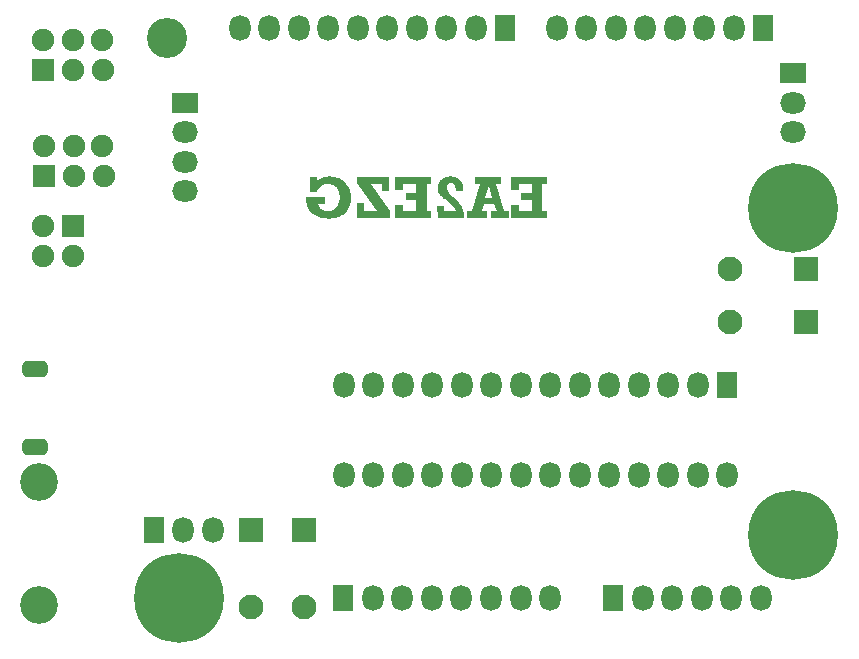
<source format=gbs>
G04*
G04 #@! TF.GenerationSoftware,Altium Limited,Altium Designer,22.5.1 (42)*
G04*
G04 Layer_Color=16711935*
%FSLAX44Y44*%
%MOMM*%
G71*
G04*
G04 #@! TF.SameCoordinates,090C5C53-F3BF-408C-A1E9-F483B87C40A9*
G04*
G04*
G04 #@! TF.FilePolarity,Negative*
G04*
G01*
G75*
%ADD36R,2.1000X2.1000*%
%ADD56R,2.1000X2.1000*%
%ADD57C,2.1000*%
%ADD58O,1.8000X2.2000*%
%ADD59R,1.8000X2.2000*%
%ADD60R,2.2000X1.8000*%
%ADD61O,2.2000X1.8000*%
%ADD62C,3.2000*%
G04:AMPARAMS|DCode=63|XSize=2.2mm|YSize=1.4mm|CornerRadius=0.46mm|HoleSize=0mm|Usage=FLASHONLY|Rotation=0.000|XOffset=0mm|YOffset=0mm|HoleType=Round|Shape=RoundedRectangle|*
%AMROUNDEDRECTD63*
21,1,2.2000,0.4800,0,0,0.0*
21,1,1.2800,1.4000,0,0,0.0*
1,1,0.9200,0.6400,-0.2400*
1,1,0.9200,-0.6400,-0.2400*
1,1,0.9200,-0.6400,0.2400*
1,1,0.9200,0.6400,0.2400*
%
%ADD63ROUNDEDRECTD63*%
%ADD64R,1.9000X1.9000*%
%ADD65C,1.9000*%
%ADD66C,3.4000*%
%ADD67C,7.6000*%
G36*
X269519Y382607D02*
X271185Y382385D01*
X272741Y382052D01*
X273463Y381885D01*
X274130Y381663D01*
X274741Y381441D01*
X275240Y381274D01*
X275741Y381108D01*
X276129Y380941D01*
X276407Y380830D01*
X276685Y380719D01*
X276796Y380608D01*
X276852D01*
X278351Y379719D01*
X279685Y378719D01*
X280851Y377719D01*
X281795Y376664D01*
X282573Y375775D01*
X282851Y375386D01*
X283129Y374997D01*
X283295Y374719D01*
X283462Y374497D01*
X283517Y374386D01*
X283573Y374330D01*
X284017Y373553D01*
X284351Y372719D01*
X284962Y371109D01*
X285406Y369498D01*
X285684Y368053D01*
X285795Y367387D01*
X285906Y366776D01*
X285962Y366220D01*
Y365720D01*
X286017Y365331D01*
Y365054D01*
Y364887D01*
Y364832D01*
X285962Y363387D01*
X285795Y362054D01*
X285573Y360776D01*
X285240Y359554D01*
X284851Y358388D01*
X284406Y357332D01*
X283962Y356388D01*
X283517Y355499D01*
X283073Y354721D01*
X282573Y353999D01*
X282184Y353388D01*
X281795Y352888D01*
X281462Y352499D01*
X281240Y352222D01*
X281073Y352055D01*
X281018Y352000D01*
X280018Y351111D01*
X278962Y350333D01*
X277796Y349666D01*
X276629Y349111D01*
X275407Y348611D01*
X274241Y348222D01*
X273019Y347889D01*
X271908Y347611D01*
X270797Y347444D01*
X269797Y347278D01*
X268908Y347167D01*
X268130Y347056D01*
X267464D01*
X266964Y347000D01*
X266575D01*
X264631Y347111D01*
X262797Y347333D01*
X261131Y347667D01*
X260409Y347833D01*
X259687Y348055D01*
X259076Y348278D01*
X258520Y348444D01*
X258020Y348611D01*
X257631Y348778D01*
X257298Y348944D01*
X257076Y349000D01*
X256909Y349111D01*
X256854D01*
X255298Y349944D01*
X253965Y350888D01*
X252798Y351888D01*
X251854Y352777D01*
X251132Y353610D01*
X250632Y354277D01*
X250410Y354555D01*
X250299Y354721D01*
X250188Y354832D01*
Y354888D01*
X249799Y355610D01*
X249410Y356388D01*
X248854Y358054D01*
X248410Y359721D01*
X248132Y361332D01*
X248021Y362054D01*
X247966Y362721D01*
X247910Y363387D01*
Y363887D01*
X247854Y364332D01*
Y364665D01*
Y364887D01*
Y364943D01*
X264131D01*
Y359054D01*
X258020D01*
X258409Y358110D01*
X258798Y357221D01*
X259298Y356499D01*
X259798Y355943D01*
X260187Y355444D01*
X260575Y355110D01*
X260798Y354888D01*
X260909Y354832D01*
X261742Y354333D01*
X262575Y353944D01*
X263464Y353722D01*
X264297Y353499D01*
X265019Y353388D01*
X265575Y353333D01*
X266130D01*
X266908Y353388D01*
X267686Y353444D01*
X269074Y353833D01*
X270297Y354277D01*
X271352Y354888D01*
X272185Y355444D01*
X272519Y355666D01*
X272796Y355888D01*
X273074Y356110D01*
X273241Y356277D01*
X273296Y356332D01*
X273352Y356388D01*
X273852Y356999D01*
X274296Y357666D01*
X274741Y358388D01*
X275074Y359110D01*
X275574Y360610D01*
X275907Y362109D01*
X276074Y362776D01*
X276129Y363387D01*
X276185Y363998D01*
X276240Y364443D01*
X276296Y364887D01*
Y365165D01*
Y365387D01*
Y365443D01*
X276240Y366387D01*
X276185Y367276D01*
X276018Y368164D01*
X275852Y368942D01*
X275629Y369664D01*
X275407Y370331D01*
X275129Y370942D01*
X274852Y371497D01*
X274574Y371997D01*
X274296Y372386D01*
X274074Y372775D01*
X273852Y373053D01*
X273685Y373331D01*
X273519Y373497D01*
X273463Y373553D01*
X273407Y373608D01*
X272852Y374108D01*
X272241Y374608D01*
X271685Y374997D01*
X271074Y375330D01*
X269852Y375830D01*
X268797Y376164D01*
X267797Y376386D01*
X267408Y376441D01*
X267019Y376497D01*
X266741Y376553D01*
X266353D01*
X265186Y376497D01*
X264075Y376275D01*
X263075Y375997D01*
X262242Y375664D01*
X261464Y375275D01*
X260964Y374997D01*
X260742Y374886D01*
X260575Y374775D01*
X260520Y374719D01*
X260464D01*
X259520Y373997D01*
X258687Y373219D01*
X258076Y372386D01*
X257576Y371609D01*
X257187Y370886D01*
X256909Y370331D01*
X256854Y370109D01*
X256798Y369998D01*
X256742Y369887D01*
Y369831D01*
X250854D01*
Y382163D01*
X256742D01*
Y379330D01*
X257520Y379941D01*
X258353Y380441D01*
X259242Y380885D01*
X260131Y381274D01*
X261020Y381608D01*
X261964Y381885D01*
X263686Y382274D01*
X264519Y382441D01*
X265242Y382552D01*
X265964Y382607D01*
X266519Y382663D01*
X267019Y382719D01*
X267686D01*
X269519Y382607D01*
D02*
G37*
G36*
X371008Y382663D02*
X372064Y382552D01*
X373008Y382330D01*
X373841Y382163D01*
X374508Y381941D01*
X375064Y381719D01*
X375397Y381608D01*
X375452Y381552D01*
X375508D01*
X376397Y381052D01*
X377230Y380496D01*
X377897Y379885D01*
X378508Y379274D01*
X378952Y378719D01*
X379285Y378274D01*
X379507Y377941D01*
X379563Y377886D01*
Y377830D01*
X379841Y377330D01*
X380063Y376775D01*
X380396Y375608D01*
X380674Y374386D01*
X380841Y373164D01*
X380952Y372053D01*
Y371553D01*
X381007Y371164D01*
Y370831D01*
Y370553D01*
Y370387D01*
Y370331D01*
X374619Y370053D01*
X374564Y371386D01*
X374397Y372553D01*
X374230Y373497D01*
X374008Y374275D01*
X373841Y374886D01*
X373675Y375275D01*
X373564Y375553D01*
X373508Y375608D01*
X373064Y376164D01*
X372619Y376608D01*
X372119Y376886D01*
X371619Y377108D01*
X371175Y377219D01*
X370786Y377330D01*
X370453D01*
X369953Y377275D01*
X369509Y377164D01*
X369120Y376997D01*
X368786Y376830D01*
X368509Y376608D01*
X368287Y376441D01*
X368175Y376330D01*
X368120Y376275D01*
X367786Y375886D01*
X367564Y375442D01*
X367342Y374941D01*
X367231Y374553D01*
X367175Y374164D01*
X367120Y373886D01*
Y373664D01*
Y373608D01*
X367175Y372831D01*
X367342Y372108D01*
X367509Y371497D01*
X367731Y370886D01*
X368009Y370442D01*
X368175Y370053D01*
X368342Y369831D01*
X368398Y369775D01*
X368675Y369442D01*
X369009Y369053D01*
X369786Y368220D01*
X370620Y367331D01*
X371508Y366442D01*
X372342Y365665D01*
X373008Y365054D01*
X373286Y364776D01*
X373508Y364609D01*
X373619Y364498D01*
X373675Y364443D01*
X374730Y363387D01*
X375675Y362443D01*
X376508Y361554D01*
X377174Y360776D01*
X377674Y360165D01*
X378063Y359665D01*
X378341Y359388D01*
X378396Y359277D01*
X378952Y358388D01*
X379452Y357555D01*
X379896Y356721D01*
X380230Y355999D01*
X380452Y355332D01*
X380619Y354888D01*
X380730Y354555D01*
X380785Y354499D01*
Y354444D01*
X381007Y353444D01*
X381174Y352277D01*
X381341Y351111D01*
X381396Y350000D01*
X381452Y349000D01*
X381507Y348555D01*
Y348167D01*
Y347889D01*
Y347667D01*
Y347500D01*
Y347444D01*
X359287D01*
X358954Y357499D01*
X364509D01*
Y352999D01*
X374675D01*
X374564Y353610D01*
X374341Y354221D01*
X374119Y354832D01*
X373841Y355444D01*
X373619Y355943D01*
X373397Y356332D01*
X373286Y356555D01*
X373230Y356666D01*
X372953Y357054D01*
X372619Y357499D01*
X372175Y357999D01*
X371730Y358443D01*
X370675Y359388D01*
X369620Y360276D01*
X368620Y361110D01*
X368175Y361443D01*
X367731Y361721D01*
X367398Y361998D01*
X367175Y362165D01*
X367009Y362276D01*
X366953Y362332D01*
X365787Y363165D01*
X364842Y363887D01*
X364009Y364498D01*
X363398Y365054D01*
X362898Y365443D01*
X362565Y365720D01*
X362398Y365887D01*
X362343Y365942D01*
X361454Y366942D01*
X361065Y367498D01*
X360732Y367998D01*
X360454Y368387D01*
X360287Y368775D01*
X360176Y368998D01*
X360121Y369053D01*
X359843Y369775D01*
X359621Y370498D01*
X359454Y371164D01*
X359343Y371775D01*
X359287Y372331D01*
X359232Y372719D01*
Y372997D01*
Y373108D01*
X359287Y373886D01*
X359343Y374608D01*
X359676Y375886D01*
X360121Y377052D01*
X360621Y378052D01*
X361176Y378886D01*
X361398Y379163D01*
X361620Y379441D01*
X361787Y379663D01*
X361954Y379830D01*
X362009Y379885D01*
X362065Y379941D01*
X362620Y380441D01*
X363231Y380885D01*
X363843Y381219D01*
X364509Y381552D01*
X365787Y382052D01*
X367064Y382385D01*
X368175Y382552D01*
X368675Y382663D01*
X369064D01*
X369398Y382719D01*
X369897D01*
X371008Y382663D01*
D02*
G37*
G36*
X318125Y369942D02*
X312237D01*
Y376275D01*
X302627D01*
X319069Y353333D01*
Y347444D01*
X291017D01*
Y359999D01*
X296905D01*
Y353333D01*
X308293D01*
X291350Y376886D01*
Y382163D01*
X318125D01*
Y369942D01*
D02*
G37*
G36*
X452000Y376275D02*
X447834D01*
Y353333D01*
X452000D01*
Y347444D01*
X421392D01*
Y358499D01*
X428058D01*
Y353333D01*
X438779D01*
Y362387D01*
X430113D01*
Y368276D01*
X438779D01*
Y376275D01*
X428058D01*
Y371109D01*
X421392D01*
Y382163D01*
X452000D01*
Y376275D01*
D02*
G37*
G36*
X354010D02*
X349844D01*
Y353333D01*
X354010D01*
Y347444D01*
X323402D01*
Y358499D01*
X330068D01*
Y353333D01*
X340789D01*
Y362387D01*
X332123D01*
Y368276D01*
X340789D01*
Y376275D01*
X330068D01*
Y371109D01*
X323402D01*
Y382163D01*
X354010D01*
Y376275D01*
D02*
G37*
G36*
X413282D02*
X408727D01*
X415448Y353333D01*
X419726D01*
Y347444D01*
X404338D01*
Y353333D01*
X409060D01*
X407171Y359277D01*
X398172D01*
X396506Y353333D01*
X400950D01*
Y347444D01*
X383840D01*
Y353333D01*
X388007D01*
X395339Y376275D01*
X390617D01*
Y382163D01*
X413282D01*
Y376275D01*
D02*
G37*
%LPC*%
G36*
X402505Y374775D02*
X399617Y364387D01*
X405616D01*
X402505Y374775D01*
D02*
G37*
%LPD*%
D36*
X246000Y83000D02*
D03*
X201000D02*
D03*
D56*
X671500Y304500D02*
D03*
Y259500D02*
D03*
D57*
X606500Y304500D02*
D03*
Y259500D02*
D03*
X246000Y18000D02*
D03*
X201000D02*
D03*
D58*
X454400Y25400D02*
D03*
X429400D02*
D03*
X404400D02*
D03*
X379400D02*
D03*
X354400D02*
D03*
X329400D02*
D03*
X304400D02*
D03*
X610000Y508000D02*
D03*
X585000D02*
D03*
X560000D02*
D03*
X535000D02*
D03*
X510000D02*
D03*
X485000D02*
D03*
X460000D02*
D03*
X191560D02*
D03*
X216560D02*
D03*
X241560D02*
D03*
X266560D02*
D03*
X291560D02*
D03*
X316560D02*
D03*
X341560D02*
D03*
X366560D02*
D03*
X391560D02*
D03*
X144000Y83000D02*
D03*
X169000D02*
D03*
X533000Y25400D02*
D03*
X558000D02*
D03*
X583000D02*
D03*
X608000D02*
D03*
X633000D02*
D03*
X579520Y205740D02*
D03*
X554520D02*
D03*
X529520D02*
D03*
X504520D02*
D03*
X479520D02*
D03*
X454520D02*
D03*
X429520D02*
D03*
X404520D02*
D03*
X379520D02*
D03*
X354520D02*
D03*
X329520D02*
D03*
X304520D02*
D03*
X279520D02*
D03*
X604520Y129540D02*
D03*
X579520D02*
D03*
X554520D02*
D03*
X529520D02*
D03*
X504520D02*
D03*
X479520D02*
D03*
X454520D02*
D03*
X429520D02*
D03*
X404520D02*
D03*
X379520D02*
D03*
X354520D02*
D03*
X329520D02*
D03*
X304520D02*
D03*
X279520D02*
D03*
D59*
X279400Y25400D02*
D03*
X635000Y508000D02*
D03*
X416560D02*
D03*
X119000Y83000D02*
D03*
X508000Y25400D02*
D03*
X604520Y205740D02*
D03*
D60*
X145000Y445000D02*
D03*
X660000Y470000D02*
D03*
D61*
X145000Y420000D02*
D03*
Y395000D02*
D03*
Y370000D02*
D03*
X660000Y445000D02*
D03*
Y420000D02*
D03*
D62*
X22000Y20000D02*
D03*
Y124000D02*
D03*
D63*
X18250Y154000D02*
D03*
Y220000D02*
D03*
D64*
X50800Y340360D02*
D03*
X25600Y383000D02*
D03*
X25400Y472440D02*
D03*
D65*
Y340360D02*
D03*
X50800Y314960D02*
D03*
X25400D02*
D03*
X51000Y383000D02*
D03*
X76400D02*
D03*
X25600Y408400D02*
D03*
X51000D02*
D03*
X75130D02*
D03*
X74930Y497840D02*
D03*
X50800D02*
D03*
X25400D02*
D03*
X76200Y472440D02*
D03*
X50800D02*
D03*
D66*
X130000Y500000D02*
D03*
D67*
X140000Y25400D02*
D03*
X660400Y78740D02*
D03*
Y355600D02*
D03*
M02*

</source>
